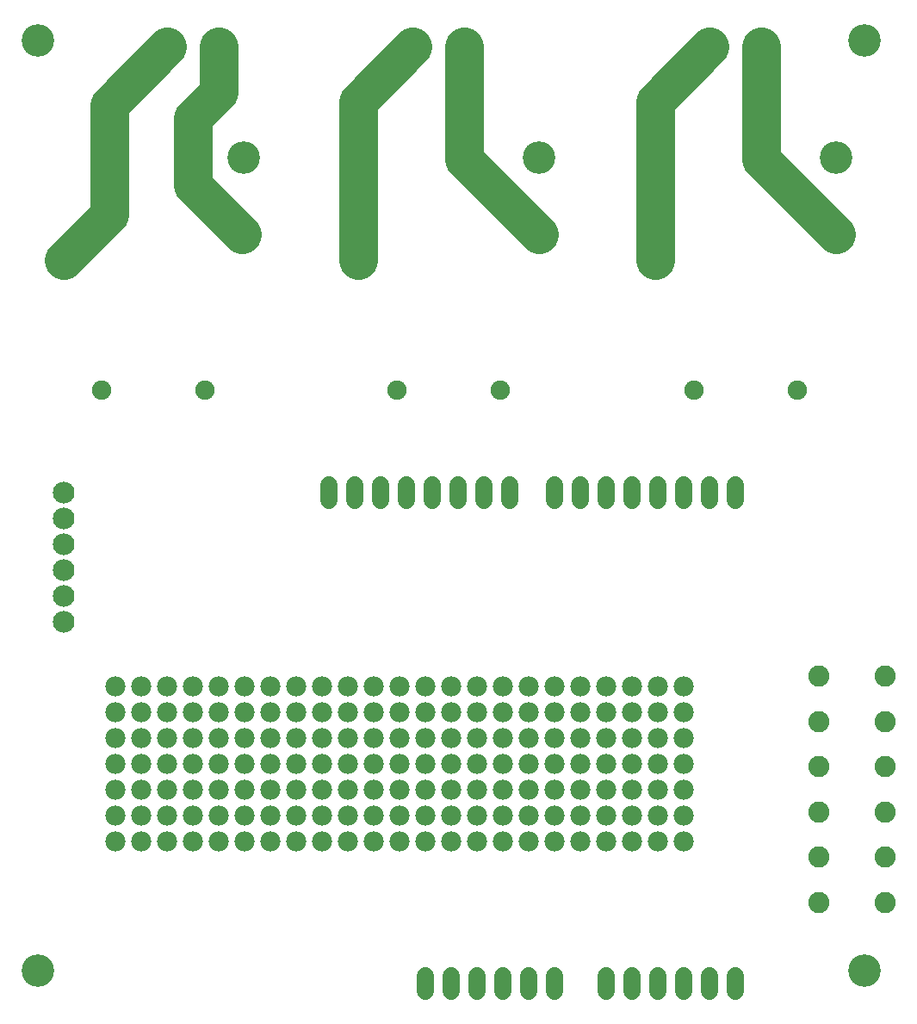
<source format=gbs>
G75*
G70*
%OFA0B0*%
%FSLAX24Y24*%
%IPPOS*%
%LPD*%
%AMOC8*
5,1,8,0,0,1.08239X$1,22.5*
%
%ADD10C,0.1500*%
%ADD11C,0.1261*%
%ADD12C,0.1290*%
%ADD13C,0.0753*%
%ADD14C,0.1380*%
%ADD15C,0.0840*%
%ADD16C,0.0674*%
%ADD17C,0.0820*%
%ADD18C,0.0780*%
D10*
X003728Y030228D02*
X005478Y031978D01*
X005478Y033603D01*
X005478Y033728D02*
X005478Y036228D01*
X007728Y038478D01*
X009728Y038478D02*
X009728Y036728D01*
X008728Y035728D01*
X008728Y033103D01*
X010603Y031228D01*
X015103Y031478D02*
X015103Y030228D01*
X015103Y031478D02*
X015103Y034978D01*
X015103Y031478D01*
X015103Y034978D02*
X015103Y036353D01*
X017228Y038478D01*
X019228Y038478D02*
X019228Y034103D01*
X022103Y031228D01*
X026603Y031478D02*
X026603Y030228D01*
X026603Y031478D02*
X026603Y034978D01*
X026603Y036353D01*
X028728Y038478D01*
X030728Y038478D02*
X030728Y034103D01*
X033603Y031228D01*
X026603Y031478D02*
X026603Y034978D01*
D11*
X002728Y002728D03*
X010684Y031185D03*
X010684Y034189D03*
X002728Y038728D03*
X022122Y034189D03*
X022122Y031185D03*
X033622Y031185D03*
X033622Y034189D03*
X034728Y038728D03*
X034728Y002728D03*
D12*
X026629Y030185D03*
X015129Y030185D03*
X003692Y030185D03*
D13*
X005188Y025185D03*
X009188Y025185D03*
X016626Y025185D03*
X020626Y025185D03*
X028126Y025185D03*
X032126Y025185D03*
D14*
X030728Y038478D03*
X028728Y038478D03*
X019228Y038478D03*
X017228Y038478D03*
X009728Y038478D03*
X007728Y038478D03*
D15*
X003728Y021228D03*
X003728Y020228D03*
X003728Y019228D03*
X003728Y018228D03*
X003728Y017228D03*
X003728Y016228D03*
D16*
X013978Y020931D02*
X013978Y021525D01*
X014978Y021525D02*
X014978Y020931D01*
X015978Y020931D02*
X015978Y021525D01*
X016978Y021525D02*
X016978Y020931D01*
X017978Y020931D02*
X017978Y021525D01*
X018978Y021525D02*
X018978Y020931D01*
X019978Y020931D02*
X019978Y021525D01*
X020978Y021525D02*
X020978Y020931D01*
X022728Y020931D02*
X022728Y021525D01*
X023728Y021525D02*
X023728Y020931D01*
X024728Y020931D02*
X024728Y021525D01*
X025728Y021525D02*
X025728Y020931D01*
X026728Y020931D02*
X026728Y021525D01*
X027728Y021525D02*
X027728Y020931D01*
X028728Y020931D02*
X028728Y021525D01*
X029728Y021525D02*
X029728Y020931D01*
X029728Y002525D02*
X029728Y001931D01*
X028728Y001931D02*
X028728Y002525D01*
X027728Y002525D02*
X027728Y001931D01*
X026728Y001931D02*
X026728Y002525D01*
X025728Y002525D02*
X025728Y001931D01*
X024728Y001931D02*
X024728Y002525D01*
X022728Y002525D02*
X022728Y001931D01*
X021728Y001931D02*
X021728Y002525D01*
X020728Y002525D02*
X020728Y001931D01*
X019728Y001931D02*
X019728Y002525D01*
X018728Y002525D02*
X018728Y001931D01*
X017728Y001931D02*
X017728Y002525D01*
D17*
X032948Y005338D03*
X032948Y007118D03*
X032948Y008838D03*
X032948Y010618D03*
X032948Y012338D03*
X032948Y014118D03*
X035508Y014118D03*
X035508Y012338D03*
X035508Y010618D03*
X035508Y008838D03*
X035508Y007118D03*
X035508Y005338D03*
D18*
X027728Y007728D03*
X027728Y008728D03*
X027728Y009728D03*
X027728Y010728D03*
X027728Y011728D03*
X027728Y012728D03*
X027728Y013728D03*
X026728Y013728D03*
X026728Y012728D03*
X026728Y011728D03*
X026728Y010728D03*
X026728Y009728D03*
X026728Y008728D03*
X026728Y007728D03*
X025728Y007728D03*
X024728Y007728D03*
X024728Y008728D03*
X024728Y009728D03*
X025728Y009728D03*
X025728Y008728D03*
X025728Y010728D03*
X025728Y011728D03*
X024728Y011728D03*
X024728Y010728D03*
X023728Y010728D03*
X023728Y011728D03*
X023728Y012728D03*
X023728Y013728D03*
X024728Y013728D03*
X025728Y013728D03*
X025728Y012728D03*
X024728Y012728D03*
X022728Y012728D03*
X022728Y013728D03*
X021728Y013728D03*
X021728Y012728D03*
X021728Y011728D03*
X022728Y011728D03*
X022728Y010728D03*
X021728Y010728D03*
X021728Y009728D03*
X022728Y009728D03*
X022728Y008728D03*
X021728Y008728D03*
X021728Y007728D03*
X022728Y007728D03*
X023728Y007728D03*
X023728Y008728D03*
X023728Y009728D03*
X020728Y009728D03*
X020728Y008728D03*
X020728Y007728D03*
X019728Y007728D03*
X018728Y007728D03*
X018728Y008728D03*
X018728Y009728D03*
X019728Y009728D03*
X019728Y008728D03*
X019728Y010728D03*
X019728Y011728D03*
X018728Y011728D03*
X018728Y010728D03*
X017728Y010728D03*
X017728Y011728D03*
X017728Y012728D03*
X017728Y013728D03*
X018728Y013728D03*
X019728Y013728D03*
X019728Y012728D03*
X018728Y012728D03*
X020728Y012728D03*
X020728Y013728D03*
X020728Y011728D03*
X020728Y010728D03*
X017728Y009728D03*
X017728Y008728D03*
X017728Y007728D03*
X016728Y007728D03*
X016728Y008728D03*
X016728Y009728D03*
X016728Y010728D03*
X016728Y011728D03*
X016728Y012728D03*
X016728Y013728D03*
X015728Y013728D03*
X015728Y012728D03*
X014728Y012728D03*
X014728Y013728D03*
X013728Y013728D03*
X013728Y012728D03*
X013728Y011728D03*
X013728Y010728D03*
X014728Y010728D03*
X014728Y011728D03*
X015728Y011728D03*
X015728Y010728D03*
X015728Y009728D03*
X015728Y008728D03*
X014728Y008728D03*
X014728Y009728D03*
X013728Y009728D03*
X013728Y008728D03*
X013728Y007728D03*
X014728Y007728D03*
X015728Y007728D03*
X012728Y007728D03*
X011728Y007728D03*
X011728Y008728D03*
X011728Y009728D03*
X012728Y009728D03*
X012728Y008728D03*
X012728Y010728D03*
X012728Y011728D03*
X011728Y011728D03*
X011728Y010728D03*
X010728Y010728D03*
X010728Y011728D03*
X010728Y012728D03*
X010728Y013728D03*
X011728Y013728D03*
X012728Y013728D03*
X012728Y012728D03*
X011728Y012728D03*
X009728Y012728D03*
X009728Y013728D03*
X008728Y013728D03*
X008728Y012728D03*
X008728Y011728D03*
X009728Y011728D03*
X009728Y010728D03*
X008728Y010728D03*
X008728Y009728D03*
X009728Y009728D03*
X009728Y008728D03*
X008728Y008728D03*
X008728Y007728D03*
X009728Y007728D03*
X010728Y007728D03*
X010728Y008728D03*
X010728Y009728D03*
X007728Y009728D03*
X007728Y008728D03*
X007728Y007728D03*
X006728Y007728D03*
X005728Y007728D03*
X005728Y008728D03*
X005728Y009728D03*
X006728Y009728D03*
X006728Y008728D03*
X006728Y010728D03*
X006728Y011728D03*
X005728Y011728D03*
X005728Y010728D03*
X005728Y012728D03*
X005728Y013728D03*
X006728Y013728D03*
X006728Y012728D03*
X007728Y012728D03*
X007728Y013728D03*
X007728Y011728D03*
X007728Y010728D03*
M02*

</source>
